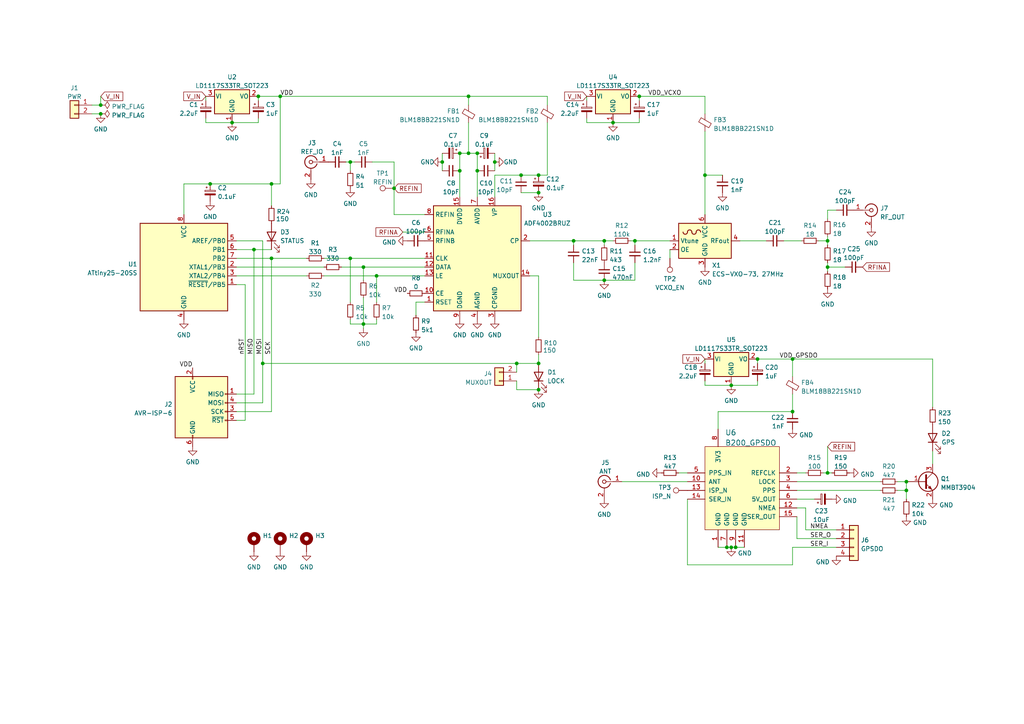
<source format=kicad_sch>
(kicad_sch (version 20211123) (generator eeschema)
  (paper "A4")
  (title_block (title "AD4002 27MHz PLL") (date "2022-04-08") (rev "1") (company "HB9EGM") (comment 1 "Compatible with USRP B200 GPSDO"))
  (lib_symbols
    (symbol "ADF4002_27MHz_PLL:B200_GPSDO" (pin_names (offset 1.016))
      (property "Reference" "U" (at 5.08 -10.16 0))
      (property "Value" "B200_GPSDO" (at 3.81 16.51 0))
      (symbol "B200_GPSDO_1_1"
        (pin power_in line (at -5.08 -13.97 90) (length 5.08) (name "GND") (number "1"))
        (pin input line (at -13.97 5.08 0) (length 5.08) (name "ANT") (number "10"))
        (pin power_in line (at 2.54 -13.97 90) (length 5.08) (name "GND") (number "11"))
        (pin output line (at 17.78 -2.54 180) (length 5.08) (name "NMEA") (number "12"))
        (pin input line (at -13.97 2.54 0) (length 5.08) (name "ISP_N") (number "13"))
        (pin input line (at -13.97 0 0) (length 5.08) (name "SER_IN") (number "14"))
        (pin output line (at 17.78 -5.08 180) (length 5.08) (name "SER_OUT") (number "15"))
        (pin output line (at 17.78 7.62 180) (length 5.08) (name "REFCLK") (number "2"))
        (pin output line (at 17.78 5.08 180) (length 5.08) (name "LOCK") (number "3"))
        (pin output line (at 17.78 2.54 180) (length 5.08) (name "PPS") (number "4"))
        (pin input line (at -13.97 7.62 0) (length 5.08) (name "PPS_IN") (number "5"))
        (pin power_out line (at 17.78 0 180) (length 5.08) (name "5V_OUT") (number "6"))
        (pin power_in line (at -2.54 -13.97 90) (length 5.08) (name "GND") (number "7"))
        (pin power_in line (at -5.08 20.32 270) (length 5.08) (name "3V3") (number "8"))
        (pin power_in line (at 0 -13.97 90) (length 5.08) (name "GND") (number "9"))
      )
    )
    (symbol "ADF4002_27MHz_PLL:ECS-VXO-73"
      (property "Reference" "X" (at -7.62 6.35 0))
      (property "Value" "ECS-VXO-73" (at 2.54 6.35 0))
      (symbol "ECS-VXO-73_1_1"
        (pin input line (at -10.16 0 0) (length 2.54) (name "Vtune") (number "1"))
        (pin input line (at -10.16 -2.54 0) (length 2.54) (name "OE") (number "2"))
        (pin power_in line (at 0 -7.62 90) (length 2.54) (name "GND") (number "3"))
        (pin output line (at 10.16 0 180) (length 2.54) (name "RFout") (number "4"))
        (pin no_connect line (at 2.54 7.62 270) (length 2.54) hide (name "NC") (number "5"))
        (pin power_in line (at 0 7.62 270) (length 2.54) (name "VCC") (number "6"))
      )
    )
    (symbol "Connector:AVR-ISP-6" (pin_names (offset 1.016))
      (property "Reference" "J" (at -6.35 11.43 0))
      (property "Value" "AVR-ISP-6" (at 0 11.43 0))
      (symbol "AVR-ISP-6_1_1"
        (pin passive line (at 10.16 5.08 180) (length 2.54) (name "MISO") (number "1"))
        (pin passive line (at -2.54 12.7 270) (length 2.54) (name "VCC") (number "2"))
        (pin passive line (at 10.16 0 180) (length 2.54) (name "SCK") (number "3"))
        (pin passive line (at 10.16 2.54 180) (length 2.54) (name "MOSI") (number "4"))
        (pin passive line (at 10.16 -2.54 180) (length 2.54) (name "~{RST}") (number "5"))
        (pin passive line (at -2.54 -10.16 90) (length 2.54) (name "GND") (number "6"))
      )
    )
    (symbol "Connector:Conn_Coaxial" (pin_names (offset 1.016) hide)
      (property "Reference" "J" (at 0.254 3.048 0))
      (property "Value" "Conn_Coaxial" (at 2.921 0 90))
      (symbol "Conn_Coaxial_1_1"
        (pin passive line (at -5.08 0 0) (length 2.54) (name "In") (number "1"))
        (pin passive line (at 0 -5.08 90) (length 2.54) (name "Ext") (number "2"))
      )
    )
    (symbol "Connector:TestPoint" (pin_numbers hide) (pin_names (offset 0.762) hide)
      (property "Reference" "TP" (at 0 6.858 0))
      (property "Value" "TestPoint" (at 0 5.08 0))
      (symbol "TestPoint_1_1"
        (pin passive line (at 0 0 90) (length 2.54) (name "1") (number "1"))
      )
    )
    (symbol "Connector_Generic:Conn_01x02" (pin_names (offset 1.016) hide)
      (property "Reference" "J" (at 0 2.54 0))
      (property "Value" "Conn_01x02" (at 0 -5.08 0))
      (symbol "Conn_01x02_1_1"
        (pin passive line (at -5.08 0 0) (length 3.81) (name "Pin_1") (number "1"))
        (pin passive line (at -5.08 -2.54 0) (length 3.81) (name "Pin_2") (number "2"))
      )
    )
    (symbol "Connector_Generic:Conn_01x04" (pin_names (offset 1.016) hide)
      (property "Reference" "J" (at 0 5.08 0))
      (property "Value" "Conn_01x04" (at 0 -7.62 0))
      (symbol "Conn_01x04_1_1"
        (pin passive line (at -5.08 2.54 0) (length 3.81) (name "Pin_1") (number "1"))
        (pin passive line (at -5.08 0 0) (length 3.81) (name "Pin_2") (number "2"))
        (pin passive line (at -5.08 -2.54 0) (length 3.81) (name "Pin_3") (number "3"))
        (pin passive line (at -5.08 -5.08 0) (length 3.81) (name "Pin_4") (number "4"))
      )
    )
    (symbol "Device:C_Polarized_Small" (pin_numbers hide) (pin_names (offset 0.254) hide)
      (property "Reference" "C" (at 0.254 1.778 0))
      (property "Value" "C_Polarized_Small" (at 0.254 -2.032 0))
      (symbol "C_Polarized_Small_1_1"
        (pin passive line (at 0 2.54 270) (length 1.8542) (name "~") (number "1"))
        (pin passive line (at 0 -2.54 90) (length 1.8542) (name "~") (number "2"))
      )
    )
    (symbol "Device:C_Small" (pin_numbers hide) (pin_names (offset 0.254) hide)
      (property "Reference" "C" (at 0.254 1.778 0))
      (property "Value" "C_Small" (at 0.254 -2.032 0))
      (symbol "C_Small_1_1"
        (pin passive line (at 0 2.54 270) (length 2.032) (name "~") (number "1"))
        (pin passive line (at 0 -2.54 90) (length 2.032) (name "~") (number "2"))
      )
    )
    (symbol "Device:FerriteBead_Small" (pin_numbers hide) (pin_names (offset 0))
      (property "Reference" "FB" (at 1.905 1.27 0))
      (property "Value" "FerriteBead_Small" (at 1.905 -1.27 0))
      (symbol "FerriteBead_Small_1_1"
        (pin passive line (at 0 2.54 270) (length 1.27) (name "~") (number "1"))
        (pin passive line (at 0 -2.54 90) (length 1.27) (name "~") (number "2"))
      )
    )
    (symbol "Device:LED" (pin_numbers hide) (pin_names (offset 1.016) hide)
      (property "Reference" "D" (at 0 2.54 0))
      (property "Value" "LED" (at 0 -2.54 0))
      (symbol "LED_1_1"
        (pin passive line (at -3.81 0 0) (length 2.54) (name "K") (number "1"))
        (pin passive line (at 3.81 0 180) (length 2.54) (name "A") (number "2"))
      )
    )
    (symbol "Device:R_Small" (pin_numbers hide) (pin_names (offset 0.254) hide)
      (property "Reference" "R" (at 0.762 0.508 0))
      (property "Value" "R_Small" (at 0.762 -1.016 0))
      (symbol "R_Small_1_1"
        (pin passive line (at 0 2.54 270) (length 0.762) (name "~") (number "1"))
        (pin passive line (at 0 -2.54 90) (length 0.762) (name "~") (number "2"))
      )
    )
    (symbol "MCU_Microchip_ATtiny:ATtiny25-20SS"
      (property "Reference" "U" (at -12.7 13.97 0))
      (property "Value" "ATtiny25-20SS" (at 2.54 -13.97 0))
      (symbol "ATtiny25-20SS_1_1"
        (pin bidirectional line (at 15.24 -5.08 180) (length 2.54) (name "~{RESET}/PB5") (number "1"))
        (pin bidirectional line (at 15.24 0 180) (length 2.54) (name "XTAL1/PB3") (number "2"))
        (pin bidirectional line (at 15.24 -2.54 180) (length 2.54) (name "XTAL2/PB4") (number "3"))
        (pin power_in line (at 0 -15.24 90) (length 2.54) (name "GND") (number "4"))
        (pin bidirectional line (at 15.24 7.62 180) (length 2.54) (name "AREF/PB0") (number "5"))
        (pin bidirectional line (at 15.24 5.08 180) (length 2.54) (name "PB1") (number "6"))
        (pin bidirectional line (at 15.24 2.54 180) (length 2.54) (name "PB2") (number "7"))
        (pin power_in line (at 0 15.24 270) (length 2.54) (name "VCC") (number "8"))
      )
    )
    (symbol "Mechanical:MountingHole_Pad" (pin_numbers hide) (pin_names (offset 1.016) hide)
      (property "Reference" "H" (at 0 6.35 0))
      (property "Value" "MountingHole_Pad" (at 0 4.445 0))
      (symbol "MountingHole_Pad_1_1"
        (pin input line (at 0 -2.54 90) (length 2.54) (name "1") (number "1"))
      )
    )
    (symbol "Regulator_Linear:LD1117S33TR_SOT223" (pin_names (offset 0.254))
      (property "Reference" "U" (at -3.81 3.175 0))
      (property "Value" "LD1117S33TR_SOT223" (at 0 3.175 0))
      (symbol "LD1117S33TR_SOT223_1_1"
        (pin power_in line (at 0 -7.62 90) (length 2.54) (name "GND") (number "1"))
        (pin power_out line (at 7.62 0 180) (length 2.54) (name "VO") (number "2"))
        (pin power_in line (at -7.62 0 0) (length 2.54) (name "VI") (number "3"))
      )
    )
    (symbol "Timer_PLL:ADF4002BRUZ"
      (property "Reference" "U" (at 12.7 16.51 0))
      (property "Value" "ADF4002BRUZ" (at 0 0 0))
      (symbol "ADF4002BRUZ_1_1"
        (pin input line (at -15.24 -12.7 0) (length 2.54) (name "RSET") (number "1"))
        (pin input line (at -15.24 -10.16 0) (length 2.54) (name "CE") (number "10"))
        (pin input line (at -15.24 0 0) (length 2.54) (name "CLK") (number "11"))
        (pin input line (at -15.24 -2.54 0) (length 2.54) (name "DATA") (number "12"))
        (pin input line (at -15.24 -5.08 0) (length 2.54) (name "LE") (number "13"))
        (pin output line (at 15.24 -5.08 180) (length 2.54) (name "MUXOUT") (number "14"))
        (pin power_in line (at -5.08 17.78 270) (length 2.54) (name "DVDD") (number "15"))
        (pin power_in line (at 5.08 17.78 270) (length 2.54) (name "VP") (number "16"))
        (pin output line (at 15.24 5.08 180) (length 2.54) (name "CP") (number "2"))
        (pin power_in line (at 5.08 -17.78 90) (length 2.54) (name "CPGND") (number "3"))
        (pin power_in line (at 0 -17.78 90) (length 2.54) (name "AGND") (number "4"))
        (pin input line (at -15.24 5.08 0) (length 2.54) (name "RFINB") (number "5"))
        (pin input line (at -15.24 7.62 0) (length 2.54) (name "RFINA") (number "6"))
        (pin power_in line (at 0 17.78 270) (length 2.54) (name "AVDD") (number "7"))
        (pin input line (at -15.24 12.7 0) (length 2.54) (name "REFIN") (number "8"))
        (pin power_in line (at -5.08 -17.78 90) (length 2.54) (name "DGND") (number "9"))
      )
    )
    (symbol "Transistor_BJT:MMBT3904" (pin_names (offset 0) hide)
      (property "Reference" "Q" (at 5.08 1.905 0))
      (property "Value" "MMBT3904" (at 5.08 0 0))
      (symbol "MMBT3904_1_1"
        (pin input line (at -5.08 0 0) (length 5.715) (name "B") (number "1"))
        (pin passive line (at 2.54 -5.08 90) (length 2.54) (name "E") (number "2"))
        (pin passive line (at 2.54 5.08 270) (length 2.54) (name "C") (number "3"))
      )
    )
    (symbol "power:GND" (power) (pin_names (offset 0))
      (property "Value" "GND" (at 0 -3.81 0))
      (symbol "GND_1_1"
        (pin power_in line (at 0 0 270) (length 0) hide (name "GND") (number "1"))
      )
    )
    (symbol "power:PWR_FLAG" (power) (pin_numbers hide) (pin_names (offset 0) hide)
      (property "Value" "PWR_FLAG" (at 0 3.81 0))
      (symbol "PWR_FLAG_0_0"
        (pin power_out line (at 0 0 90) (length 0) (name "pwr") (number "1"))
      )
    )
  )
  (junction (at 151.13 50.8))
  (junction (at 212.09 111.76))
  (junction (at 240.03 69.85))
  (junction (at 29.21 33.02))
  (junction (at 138.43 49.53))
  (junction (at 78.74 53.34))
  (junction (at 101.6 74.93))
  (junction (at 114.3 54.61))
  (junction (at 81.28 27.94))
  (junction (at 67.31 35.56))
  (junction (at 184.15 69.85))
  (junction (at 105.41 77.47))
  (junction (at 229.87 119.38))
  (junction (at 135.89 44.45))
  (junction (at 156.21 55.88))
  (junction (at 133.35 44.45))
  (junction (at 73.66 72.39))
  (junction (at 262.89 142.24))
  (junction (at 204.47 50.8))
  (junction (at 185.42 27.94))
  (junction (at 156.21 105.41))
  (junction (at 213.36 158.75))
  (junction (at 240.03 77.47))
  (junction (at 128.27 46.99))
  (junction (at 177.8 35.56))
  (junction (at 101.6 46.99))
  (junction (at 143.51 46.99))
  (junction (at 175.26 69.85))
  (junction (at 166.37 69.85))
  (junction (at 133.35 49.53))
  (junction (at 149.86 105.41))
  (junction (at 175.26 81.28))
  (junction (at 76.2 105.41))
  (junction (at 135.89 27.94))
  (junction (at 109.22 80.01))
  (junction (at 262.89 139.7))
  (junction (at 74.93 27.94))
  (junction (at 229.87 104.14))
  (junction (at 29.21 30.48))
  (junction (at 138.43 44.45))
  (junction (at 78.74 74.93))
  (junction (at 212.09 158.75))
  (junction (at 156.21 50.8))
  (junction (at 156.21 113.03))
  (junction (at 60.96 53.34))
  (junction (at 240.03 137.16))
  (junction (at 105.41 93.98))
  (junction (at 219.71 104.14))
  (junction (at 210.82 158.75))
  (wire (pts (xy 212.09 158.75) (xy 213.36 158.75)))
  (wire (pts (xy 194.31 74.93) (xy 194.31 72.39)))
  (wire (pts (xy 151.13 55.88) (xy 156.21 55.88)))
  (wire (pts (xy 240.03 129.54) (xy 240.03 137.16)))
  (wire (pts (xy 227.33 69.85) (xy 232.41 69.85)))
  (wire (pts (xy 166.37 81.28) (xy 175.26 81.28)))
  (wire (pts (xy 156.21 80.01) (xy 153.67 80.01)))
  (wire (pts (xy 166.37 69.85) (xy 175.26 69.85)))
  (wire (pts (xy 138.43 49.53) (xy 138.43 57.15)))
  (wire (pts (xy 74.93 35.56) (xy 74.93 34.29)))
  (wire (pts (xy 29.21 33.02) (xy 26.67 33.02)))
  (wire (pts (xy 114.3 62.23) (xy 114.3 54.61)))
  (wire (pts (xy 143.51 44.45) (xy 143.51 46.99)))
  (wire (pts (xy 204.47 33.02) (xy 204.47 27.94)))
  (wire (pts (xy 105.41 86.36) (xy 105.41 93.98)))
  (wire (pts (xy 184.15 71.12) (xy 184.15 69.85)))
  (wire (pts (xy 68.58 77.47) (xy 93.98 77.47)))
  (wire (pts (xy 170.18 27.94) (xy 170.18 29.21)))
  (wire (pts (xy 231.14 139.7) (xy 255.27 139.7)))
  (wire (pts (xy 204.47 111.76) (xy 212.09 111.76)))
  (wire (pts (xy 233.68 153.67) (xy 233.68 147.32)))
  (wire (pts (xy 210.82 158.75) (xy 212.09 158.75)))
  (wire (pts (xy 73.66 72.39) (xy 73.66 114.3)))
  (wire (pts (xy 68.58 121.92) (xy 71.12 121.92)))
  (wire (pts (xy 135.89 44.45) (xy 138.43 44.45)))
  (wire (pts (xy 170.18 34.29) (xy 170.18 35.56)))
  (wire (pts (xy 143.51 46.99) (xy 143.51 49.53)))
  (wire (pts (xy 101.6 46.99) (xy 102.87 46.99)))
  (wire (pts (xy 59.69 27.94) (xy 59.69 29.21)))
  (wire (pts (xy 135.89 27.94) (xy 158.75 27.94)))
  (wire (pts (xy 185.42 27.94) (xy 204.47 27.94)))
  (wire (pts (xy 78.74 53.34) (xy 78.74 59.69)))
  (wire (pts (xy 214.63 69.85) (xy 222.25 69.85)))
  (wire (pts (xy 233.68 147.32) (xy 231.14 147.32)))
  (wire (pts (xy 213.36 158.75) (xy 215.9 158.75)))
  (wire (pts (xy 135.89 44.45) (xy 133.35 44.45)))
  (wire (pts (xy 60.96 53.34) (xy 53.34 53.34)))
  (wire (pts (xy 229.87 109.22) (xy 229.87 104.14)))
  (wire (pts (xy 78.74 74.93) (xy 78.74 119.38)))
  (wire (pts (xy 59.69 35.56) (xy 67.31 35.56)))
  (wire (pts (xy 76.2 105.41) (xy 76.2 116.84)))
  (wire (pts (xy 138.43 44.45) (xy 138.43 49.53)))
  (wire (pts (xy 170.18 35.56) (xy 177.8 35.56)))
  (wire (pts (xy 114.3 54.61) (xy 114.3 46.99)))
  (wire (pts (xy 238.76 137.16) (xy 240.03 137.16)))
  (wire (pts (xy 149.86 113.03) (xy 156.21 113.03)))
  (wire (pts (xy 143.51 50.8) (xy 151.13 50.8)))
  (wire (pts (xy 240.03 77.47) (xy 245.11 77.47)))
  (wire (pts (xy 109.22 80.01) (xy 123.19 80.01)))
  (wire (pts (xy 240.03 69.85) (xy 240.03 68.58)))
  (wire (pts (xy 231.14 142.24) (xy 255.27 142.24)))
  (wire (pts (xy 73.66 114.3) (xy 68.58 114.3)))
  (wire (pts (xy 53.34 53.34) (xy 53.34 62.23)))
  (wire (pts (xy 156.21 97.79) (xy 156.21 80.01)))
  (wire (pts (xy 184.15 69.85) (xy 194.31 69.85)))
  (wire (pts (xy 185.42 35.56) (xy 185.42 34.29)))
  (wire (pts (xy 135.89 27.94) (xy 135.89 30.48)))
  (wire (pts (xy 120.65 87.63) (xy 123.19 87.63)))
  (wire (pts (xy 78.74 119.38) (xy 68.58 119.38)))
  (wire (pts (xy 240.03 69.85) (xy 240.03 71.12)))
  (wire (pts (xy 175.26 69.85) (xy 175.26 71.12)))
  (wire (pts (xy 101.6 93.98) (xy 105.41 93.98)))
  (wire (pts (xy 100.33 46.99) (xy 101.6 46.99)))
  (wire (pts (xy 68.58 80.01) (xy 88.9 80.01)))
  (wire (pts (xy 99.06 77.47) (xy 105.41 77.47)))
  (wire (pts (xy 242.57 156.21) (xy 231.14 156.21)))
  (wire (pts (xy 219.71 104.14) (xy 229.87 104.14)))
  (wire (pts (xy 105.41 93.98) (xy 105.41 95.25)))
  (wire (pts (xy 208.28 158.75) (xy 210.82 158.75)))
  (wire (pts (xy 26.67 30.48) (xy 29.21 30.48)))
  (wire (pts (xy 270.51 130.81) (xy 270.51 134.62)))
  (wire (pts (xy 76.2 116.84) (xy 68.58 116.84)))
  (wire (pts (xy 175.26 69.85) (xy 177.8 69.85)))
  (wire (pts (xy 184.15 69.85) (xy 182.88 69.85)))
  (wire (pts (xy 120.65 91.44) (xy 120.65 87.63)))
  (wire (pts (xy 109.22 92.71) (xy 109.22 93.98)))
  (wire (pts (xy 196.85 137.16) (xy 199.39 137.16)))
  (wire (pts (xy 68.58 69.85) (xy 76.2 69.85)))
  (wire (pts (xy 240.03 60.96) (xy 240.03 63.5)))
  (wire (pts (xy 107.95 46.99) (xy 114.3 46.99)))
  (wire (pts (xy 208.28 119.38) (xy 229.87 119.38)))
  (wire (pts (xy 67.31 35.56) (xy 74.93 35.56)))
  (wire (pts (xy 133.35 49.53) (xy 133.35 57.15)))
  (wire (pts (xy 105.41 77.47) (xy 105.41 81.28)))
  (wire (pts (xy 76.2 105.41) (xy 149.86 105.41)))
  (wire (pts (xy 101.6 74.93) (xy 101.6 87.63)))
  (wire (pts (xy 231.14 144.78) (xy 236.22 144.78)))
  (wire (pts (xy 149.86 107.95) (xy 149.86 105.41)))
  (wire (pts (xy 101.6 46.99) (xy 101.6 49.53)))
  (wire (pts (xy 262.89 142.24) (xy 262.89 139.7)))
  (wire (pts (xy 81.28 27.94) (xy 135.89 27.94)))
  (wire (pts (xy 204.47 104.14) (xy 204.47 105.41)))
  (wire (pts (xy 74.93 27.94) (xy 81.28 27.94)))
  (wire (pts (xy 229.87 104.14) (xy 270.51 104.14)))
  (wire (pts (xy 229.87 158.75) (xy 229.87 163.83)))
  (wire (pts (xy 29.21 27.94) (xy 29.21 30.48)))
  (wire (pts (xy 260.35 142.24) (xy 262.89 142.24)))
  (wire (pts (xy 133.35 44.45) (xy 133.35 49.53)))
  (wire (pts (xy 229.87 163.83) (xy 199.39 163.83)))
  (wire (pts (xy 240.03 77.47) (xy 240.03 78.74)))
  (wire (pts (xy 149.86 110.49) (xy 149.86 113.03)))
  (wire (pts (xy 116.84 67.31) (xy 123.19 67.31)))
  (wire (pts (xy 260.35 139.7) (xy 262.89 139.7)))
  (wire (pts (xy 204.47 110.49) (xy 204.47 111.76)))
  (wire (pts (xy 184.15 81.28) (xy 175.26 81.28)))
  (wire (pts (xy 93.98 80.01) (xy 109.22 80.01)))
  (wire (pts (xy 143.51 57.15) (xy 143.51 50.8)))
  (wire (pts (xy 101.6 93.98) (xy 101.6 92.71)))
  (wire (pts (xy 71.12 121.92) (xy 71.12 82.55)))
  (wire (pts (xy 242.57 153.67) (xy 233.68 153.67)))
  (wire (pts (xy 180.34 139.7) (xy 199.39 139.7)))
  (wire (pts (xy 109.22 93.98) (xy 105.41 93.98)))
  (wire (pts (xy 166.37 76.2) (xy 166.37 81.28)))
  (wire (pts (xy 128.27 46.99) (xy 128.27 49.53)))
  (wire (pts (xy 156.21 102.87) (xy 156.21 105.41)))
  (wire (pts (xy 219.71 105.41) (xy 219.71 104.14)))
  (wire (pts (xy 153.67 69.85) (xy 166.37 69.85)))
  (wire (pts (xy 242.57 158.75) (xy 229.87 158.75)))
  (wire (pts (xy 158.75 30.48) (xy 158.75 27.94)))
  (wire (pts (xy 101.6 74.93) (xy 123.19 74.93)))
  (wire (pts (xy 204.47 38.1) (xy 204.47 50.8)))
  (wire (pts (xy 212.09 111.76) (xy 219.71 111.76)))
  (wire (pts (xy 135.89 35.56) (xy 135.89 44.45)))
  (wire (pts (xy 240.03 76.2) (xy 240.03 77.47)))
  (wire (pts (xy 177.8 35.56) (xy 185.42 35.56)))
  (wire (pts (xy 76.2 69.85) (xy 76.2 105.41)))
  (wire (pts (xy 105.41 77.47) (xy 123.19 77.47)))
  (wire (pts (xy 231.14 137.16) (xy 233.68 137.16)))
  (wire (pts (xy 219.71 111.76) (xy 219.71 110.49)))
  (wire (pts (xy 158.75 35.56) (xy 158.75 50.8)))
  (wire (pts (xy 237.49 69.85) (xy 240.03 69.85)))
  (wire (pts (xy 123.19 62.23) (xy 114.3 62.23)))
  (wire (pts (xy 231.14 156.21) (xy 231.14 149.86)))
  (wire (pts (xy 128.27 44.45) (xy 128.27 46.99)))
  (wire (pts (xy 93.98 74.93) (xy 101.6 74.93)))
  (wire (pts (xy 240.03 137.16) (xy 241.3 137.16)))
  (wire (pts (xy 149.86 105.41) (xy 156.21 105.41)))
  (wire (pts (xy 242.57 60.96) (xy 240.03 60.96)))
  (wire (pts (xy 229.87 119.38) (xy 229.87 114.3)))
  (wire (pts (xy 68.58 74.93) (xy 78.74 74.93)))
  (wire (pts (xy 270.51 118.11) (xy 270.51 104.14)))
  (wire (pts (xy 78.74 53.34) (xy 81.28 53.34)))
  (wire (pts (xy 204.47 50.8) (xy 209.55 50.8)))
  (wire (pts (xy 208.28 119.38) (xy 208.28 124.46)))
  (wire (pts (xy 204.47 50.8) (xy 204.47 62.23)))
  (wire (pts (xy 81.28 53.34) (xy 81.28 27.94)))
  (wire (pts (xy 78.74 74.93) (xy 88.9 74.93)))
  (wire (pts (xy 59.69 34.29) (xy 59.69 35.56)))
  (wire (pts (xy 199.39 163.83) (xy 199.39 144.78)))
  (wire (pts (xy 71.12 82.55) (xy 68.58 82.55)))
  (wire (pts (xy 185.42 29.21) (xy 185.42 27.94)))
  (wire (pts (xy 262.89 142.24) (xy 262.89 144.78)))
  (wire (pts (xy 74.93 29.21) (xy 74.93 27.94)))
  (wire (pts (xy 166.37 69.85) (xy 166.37 71.12)))
  (wire (pts (xy 151.13 50.8) (xy 156.21 50.8)))
  (wire (pts (xy 73.66 72.39) (xy 78.74 72.39)))
  (wire (pts (xy 60.96 53.34) (xy 78.74 53.34)))
  (wire (pts (xy 109.22 80.01) (xy 109.22 87.63)))
  (wire (pts (xy 156.21 50.8) (xy 158.75 50.8)))
  (wire (pts (xy 184.15 76.2) (xy 184.15 81.28)))
  (wire (pts (xy 68.58 72.39) (xy 73.66 72.39)))
  (label "MISO" (at 73.66 102.87 90))
  (label "VDD_VCXO" (at 187.96 27.94 0))
  (label "SER_O" (at 234.95 156.21 0))
  (label "nRST" (at 71.12 102.87 90))
  (label "NMEA" (at 234.95 153.67 0))
  (label "SCK" (at 78.74 102.87 90))
  (label "VDD" (at 55.88 106.68 180))
  (label "SER_I" (at 234.95 158.75 0))
  (label "MOSI" (at 76.2 102.87 90))
  (label "VDD" (at 81.28 27.94 0))
  (label "VDD_GPSDO" (at 226.06 104.14 0))
  (label "VDD" (at 118.11 85.09 180))
  (global_label "V_IN" (shape input) (at 204.47 104.14 180) (property "Intersheet References" "${INTERSHEET_REFS}" (effects hide)))
  (global_label "REFIN" (shape input) (at 240.03 129.54 0) (property "Intersheet References" "${INTERSHEET_REFS}" (effects hide)))
  (global_label "V_IN" (shape input) (at 170.18 27.94 180) (property "Intersheet References" "${INTERSHEET_REFS}" (effects hide)))
  (global_label "REFIN" (shape input) (at 114.3 54.61 0) (property "Intersheet References" "${INTERSHEET_REFS}" (effects hide)))
  (global_label "RFINA" (shape input) (at 116.84 67.31 180) (property "Intersheet References" "${INTERSHEET_REFS}" (effects hide)))
  (global_label "V_IN" (shape input) (at 59.69 27.94 180) (property "Intersheet References" "${INTERSHEET_REFS}" (effects hide)))
  (global_label "RFINA" (shape input) (at 250.19 77.47 0) (property "Intersheet References" "${INTERSHEET_REFS}" (effects hide)))
  (global_label "V_IN" (shape input) (at 29.21 27.94 0) (property "Intersheet References" "${INTERSHEET_REFS}" (effects hide)))
  (symbol (lib_id "Mechanical:MountingHole_Pad") (at 81.28 157.48 0) (unit 1)
    (property "Reference" "H2" (at 83.82 155.3753 0) (effects (justify left)))
    (property "Value" "MountingHole_Pad" (effects hide))
    (property "Footprint" "MountingHole:MountingHole_3.2mm_M3_ISO7380_Pad" (effects hide))
  )
  (symbol (lib_id "Device:R_Small") (at 236.22 137.16 270) (unit 1)
    (property "Reference" "R15" (at 236.22 132.7236 90))
    (property "Value" "100" (at 236.22 135.2605 90))
    (property "Footprint" "Resistor_SMD:R_0603_1608Metric_Pad0.98x0.95mm_HandSolder" (effects hide))
  )
  (symbol (lib_id "power:GND") (at 156.21 113.03 0) (unit 1)
    (property "Reference" "#PWR015" (effects hide))
    (property "Value" "GND" (at 156.21 117.4734 0))
  )
  (symbol (lib_id "power:GND") (at 242.57 161.29 0) (unit 1)
    (property "Reference" "#PWR027" (effects hide))
    (property "Value" "GND" (at 240.6651 162.9938 0) (effects (justify right)))
  )
  (symbol (lib_id "Device:R_Small") (at 175.26 73.66 180) (unit 1)
    (property "Reference" "R11" (at 176.7586 72.8253 0) (effects (justify right)))
    (property "Value" "4k3" (at 176.7586 75.3622 0) (effects (justify right)))
    (property "Footprint" "Resistor_SMD:R_0603_1608Metric_Pad0.98x0.95mm_HandSolder" (effects hide))
  )
  (symbol (lib_id "Device:C_Polarized_Small") (at 204.47 107.95 0) (unit 1)
    (property "Reference" "C18" (at 202.311 106.5692 0) (effects (justify right)))
    (property "Value" "2.2uF" (at 202.311 109.1061 0) (effects (justify right)))
    (property "Footprint" "Capacitor_SMD:C_0805_2012Metric_Pad1.18x1.45mm_HandSolder" (effects hide))
  )
  (symbol (lib_id "Device:C_Small") (at 229.87 121.92 0) (unit 1)
    (property "Reference" "C22" (at 227.546 121.0916 0) (effects (justify right)))
    (property "Value" "1nF" (at 227.546 123.6285 0) (effects (justify right)))
    (property "Footprint" "Capacitor_SMD:C_0805_2012Metric_Pad1.18x1.45mm_HandSolder" (effects hide))
  )
  (symbol (lib_id "Device:C_Polarized_Small") (at 74.93 31.75 0) (unit 1)
    (property "Reference" "C3" (at 77.089 30.3692 0) (effects (justify left)))
    (property "Value" "1uF" (at 77.089 32.9061 0) (effects (justify left)))
    (property "Footprint" "Capacitor_SMD:C_0805_2012Metric_Pad1.18x1.45mm_HandSolder" (effects hide))
  )
  (symbol (lib_id "Device:R_Small") (at 243.84 137.16 270) (unit 1)
    (property "Reference" "R19" (at 243.84 132.7236 90))
    (property "Value" "150" (at 243.84 135.2605 90))
    (property "Footprint" "Resistor_SMD:R_0603_1608Metric_Pad0.98x0.95mm_HandSolder" (effects hide))
  )
  (symbol (lib_id "Connector_Generic:Conn_01x02") (at 21.59 30.48 0) (mirror y) (unit 1)
    (property "Reference" "J1" (at 21.59 25.5102 0))
    (property "Value" "PWR" (at 21.59 28.0471 0))
    (property "Footprint" "Connector_PinHeader_2.54mm:PinHeader_1x02_P2.54mm_Vertical" (effects hide))
  )
  (symbol (lib_id "Device:R_Small") (at 194.31 137.16 270) (unit 1)
    (property "Reference" "R13" (at 194.31 132.7236 90))
    (property "Value" "4k7" (at 194.31 135.2605 90))
    (property "Footprint" "Resistor_SMD:R_0603_1608Metric_Pad0.98x0.95mm_HandSolder" (effects hide))
  )
  (symbol (lib_id "power:GND") (at 175.26 144.78 0) (unit 1)
    (property "Reference" "#PWR017" (effects hide))
    (property "Value" "GND" (at 175.26 149.2234 0))
  )
  (symbol (lib_id "Timer_PLL:ADF4002BRUZ") (at 138.43 74.93 0) (unit 1)
    (property "Reference" "U3" (at 158.75 62.23 0))
    (property "Value" "ADF4002BRUZ" (at 158.75 64.7669 0))
    (property "Footprint" "Package_SO:TSSOP-16_4.4x5mm_P0.65mm" (effects hide))
    (property "Datasheet" "https://www.analog.com/media/en/technical-documentation/data-sheets/ADF4002.pdf" (effects hide))
  )
  (symbol (lib_id "Device:R_Small") (at 105.41 83.82 180) (unit 1)
    (property "Reference" "R6" (at 106.9086 82.9853 0) (effects (justify right)))
    (property "Value" "10k" (at 106.9086 85.5222 0) (effects (justify right)))
    (property "Footprint" "Resistor_SMD:R_0603_1608Metric_Pad0.98x0.95mm_HandSolder" (effects hide))
  )
  (symbol (lib_id "Connector:Conn_Coaxial") (at 252.73 60.96 0) (unit 1)
    (property "Reference" "J7" (at 255.27 60.4185 0) (effects (justify left)))
    (property "Value" "RF_OUT" (at 255.27 62.9554 0) (effects (justify left)))
    (property "Footprint" "Connector_Coaxial:SMA_Molex_73251-2120_EdgeMount_Horizontal" (effects hide))
    (property "Datasheet" " ~" (effects hide))
  )
  (symbol (lib_id "Device:C_Small") (at 140.97 49.53 270) (unit 1)
    (property "Reference" "C10" (at 140.9636 53.1225 90))
    (property "Value" "10pF" (at 140.9636 55.6594 90))
    (property "Footprint" "Capacitor_SMD:C_0805_2012Metric_Pad1.18x1.45mm_HandSolder" (effects hide))
  )
  (symbol (lib_id "Device:C_Polarized_Small") (at 140.97 44.45 90) (unit 1)
    (property "Reference" "C9" (at 140.4239 39.3532 90))
    (property "Value" "0.1uF" (at 140.4239 41.8901 90))
    (property "Footprint" "Capacitor_SMD:C_0805_2012Metric_Pad1.18x1.45mm_HandSolder" (effects hide))
  )
  (symbol (lib_id "power:GND") (at 53.34 92.71 0) (unit 1)
    (property "Reference" "#PWR02" (effects hide))
    (property "Value" "GND" (at 53.34 97.1534 0))
  )
  (symbol (lib_id "Device:C_Small") (at 224.79 69.85 90) (unit 1)
    (property "Reference" "C21" (at 224.7963 64.5881 90))
    (property "Value" "100pF" (at 224.7963 67.125 90))
    (property "Footprint" "Capacitor_SMD:C_0805_2012Metric_Pad1.18x1.45mm_HandSolder" (effects hide))
  )
  (symbol (lib_id "Device:C_Polarized_Small") (at 60.96 55.88 0) (unit 1)
    (property "Reference" "C2" (at 63.119 54.4992 0) (effects (justify left)))
    (property "Value" "0.1uF" (at 63.119 57.0361 0) (effects (justify left)))
    (property "Footprint" "Capacitor_SMD:C_0805_2012Metric_Pad1.18x1.45mm_HandSolder" (effects hide))
  )
  (symbol (lib_id "Device:FerriteBead_Small") (at 135.89 33.02 180) (unit 1)
    (property "Reference" "FB1" (at 133.4263 32.2234 0) (effects (justify left)))
    (property "Value" "BLM18BB221SN1D" (at 133.4263 34.7603 0) (effects (justify left)))
    (property "Footprint" "Resistor_SMD:R_0603_1608Metric_Pad0.98x0.95mm_HandSolder" (effects hide))
  )
  (symbol (lib_id "Device:R_Small") (at 78.74 62.23 0) (unit 1)
    (property "Reference" "R24" (at 80.2386 61.3953 0) (effects (justify left)))
    (property "Value" "150" (at 80.01 63.5 0) (effects (justify left)))
    (property "Footprint" "Resistor_SMD:R_0603_1608Metric_Pad0.98x0.95mm_HandSolder" (effects hide))
  )
  (symbol (lib_id "Device:R_Small") (at 120.65 85.09 270) (unit 1)
    (property "Reference" "R8" (at 120.65 80.6536 90))
    (property "Value" "0" (at 120.65 83.1905 90))
    (property "Footprint" "Resistor_SMD:R_0603_1608Metric_Pad0.98x0.95mm_HandSolder" (effects hide))
  )
  (symbol (lib_id "Device:R_Small") (at 91.44 74.93 90) (unit 1)
    (property "Reference" "R1" (at 91.44 70.4936 90))
    (property "Value" "330" (at 91.44 73.0305 90))
    (property "Footprint" "Resistor_SMD:R_0603_1608Metric_Pad0.98x0.95mm_HandSolder" (effects hide))
  )
  (symbol (lib_id "power:GND") (at 105.41 95.25 0) (unit 1)
    (property "Reference" "#PWR08" (effects hide))
    (property "Value" "GND" (at 105.41 99.6934 0))
  )
  (symbol (lib_id "power:GND") (at 138.43 92.71 0) (unit 1)
    (property "Reference" "#PWR012" (effects hide))
    (property "Value" "GND" (at 138.43 97.1534 0))
  )
  (symbol (lib_id "power:GND") (at 73.66 160.02 0) (unit 1)
    (property "Reference" "#PWR032" (effects hide))
    (property "Value" "GND" (at 73.66 164.4634 0))
  )
  (symbol (lib_id "power:GND") (at 143.51 46.99 90) (unit 1)
    (property "Reference" "#PWR0101" (effects hide))
    (property "Value" "GND" (at 146.05 46.99 90) (effects (justify right)))
  )
  (symbol (lib_id "Device:LED") (at 156.21 109.22 90) (unit 1)
    (property "Reference" "D1" (at 158.75 107.95 90) (effects (justify right)))
    (property "Value" "LOCK" (at 158.75 110.4869 90) (effects (justify right)))
    (property "Footprint" "LED_SMD:LED_1206_3216Metric_Pad1.42x1.75mm_HandSolder" (effects hide))
  )
  (symbol (lib_id "Device:R_Small") (at 156.21 100.33 0) (unit 1)
    (property "Reference" "R10" (at 157.7086 99.4953 0) (effects (justify left)))
    (property "Value" "150" (at 157.48 101.6 0) (effects (justify left)))
    (property "Footprint" "Resistor_SMD:R_0603_1608Metric_Pad0.98x0.95mm_HandSolder" (effects hide))
  )
  (symbol (lib_id "power:GND") (at 177.8 35.56 0) (unit 1)
    (property "Reference" "#PWR018" (effects hide))
    (property "Value" "GND" (at 177.8 40.0034 0))
  )
  (symbol (lib_id "Mechanical:MountingHole_Pad") (at 88.9 157.48 0) (unit 1)
    (property "Reference" "H3" (at 91.44 155.3753 0) (effects (justify left)))
    (property "Value" "MountingHole_Pad" (effects hide))
    (property "Footprint" "MountingHole:MountingHole_3.2mm_M3_ISO7380_Pad" (effects hide))
  )
  (symbol (lib_id "Device:R_Small") (at 120.65 93.98 180) (unit 1)
    (property "Reference" "R9" (at 122.1486 93.1453 0) (effects (justify right)))
    (property "Value" "5k1" (at 122.1486 95.6822 0) (effects (justify right)))
    (property "Footprint" "Resistor_SMD:R_0603_1608Metric_Pad0.98x0.95mm_HandSolder" (effects hide))
  )
  (symbol (lib_id "power:GND") (at 270.51 144.78 0) (unit 1)
    (property "Reference" "#PWR031" (effects hide))
    (property "Value" "GND" (at 272.415 146.4838 0) (effects (justify left)))
  )
  (symbol (lib_id "power:GND") (at 246.38 137.16 90) (unit 1)
    (property "Reference" "#PWR028" (effects hide))
    (property "Value" "GND" (at 249.555 137.5938 90) (effects (justify right)))
  )
  (symbol (lib_id "Connector:TestPoint") (at 194.31 74.93 180) (unit 1)
    (property "Reference" "TP2" (at 194.31 80.8974 0))
    (property "Value" "VCXO_EN" (at 194.31 83.4343 0))
    (property "Footprint" "TestPoint:TestPoint_Pad_D2.5mm" (effects hide))
  )
  (symbol (lib_id "Connector_Generic:Conn_01x04") (at 247.65 156.21 0) (unit 1)
    (property "Reference" "J6" (at 249.682 156.6453 0) (effects (justify left)))
    (property "Value" "GPSDO" (at 249.682 159.1822 0) (effects (justify left)))
    (property "Footprint" "Connector_PinHeader_2.54mm:PinHeader_1x04_P2.54mm_Vertical" (effects hide))
  )
  (symbol (lib_id "Device:FerriteBead_Small") (at 229.87 111.76 180) (unit 1)
    (property "Reference" "FB4" (at 232.3338 110.9634 0) (effects (justify right)))
    (property "Value" "BLM18BB221SN1D" (at 232.3338 113.5003 0) (effects (justify right)))
    (property "Footprint" "Resistor_SMD:R_0603_1608Metric_Pad0.98x0.95mm_HandSolder" (effects hide))
  )
  (symbol (lib_id "power:GND") (at 118.11 69.85 270) (unit 1)
    (property "Reference" "#PWR09" (effects hide))
    (property "Value" "GND" (at 114.9351 70.2838 90) (effects (justify right)))
  )
  (symbol (lib_id "power:GND") (at 175.26 81.28 0) (unit 1)
    (property "Reference" "#PWR016" (effects hide))
    (property "Value" "GND" (at 175.26 85.7234 0))
  )
  (symbol (lib_id "Device:R_Small") (at 96.52 77.47 90) (unit 1)
    (property "Reference" "R3" (at 96.52 72.39 90))
    (property "Value" "330" (at 96.52 74.93 90))
    (property "Footprint" "Resistor_SMD:R_0603_1608Metric_Pad0.98x0.95mm_HandSolder" (effects hide))
  )
  (symbol (lib_id "power:GND") (at 120.65 96.52 0) (unit 1)
    (property "Reference" "#PWR010" (effects hide))
    (property "Value" "GND" (at 120.65 100.9634 0))
  )
  (symbol (lib_id "power:GND") (at 60.96 58.42 0) (unit 1)
    (property "Reference" "#PWR04" (effects hide))
    (property "Value" "GND" (at 60.96 62.8634 0))
  )
  (symbol (lib_id "Connector:TestPoint") (at 114.3 54.61 90) (unit 1)
    (property "Reference" "TP1" (at 110.998 50.2752 90))
    (property "Value" "REFIN" (at 110.998 52.8121 90))
    (property "Footprint" "TestPoint:TestPoint_Pad_D2.5mm" (effects hide))
  )
  (symbol (lib_id "Device:R_Small") (at 101.6 90.17 180) (unit 1)
    (property "Reference" "R5" (at 103.0986 89.3353 0) (effects (justify right)))
    (property "Value" "10k" (at 103.0986 91.8722 0) (effects (justify right)))
    (property "Footprint" "Resistor_SMD:R_0603_1608Metric_Pad0.98x0.95mm_HandSolder" (effects hide))
  )
  (symbol (lib_id "Device:R_Small") (at 101.6 52.07 180) (unit 1)
    (property "Reference" "R4" (at 103.0986 51.2353 0) (effects (justify right)))
    (property "Value" "51" (at 103.0986 53.7722 0) (effects (justify right)))
    (property "Footprint" "Resistor_SMD:R_0603_1608Metric_Pad0.98x0.95mm_HandSolder" (effects hide))
  )
  (symbol (lib_id "Device:C_Small") (at 151.13 53.34 0) (unit 1)
    (property "Reference" "C11" (at 148.806 52.5116 0) (effects (justify right)))
    (property "Value" "10pF" (at 148.806 55.0485 0) (effects (justify right)))
    (property "Footprint" "Capacitor_SMD:C_0805_2012Metric_Pad1.18x1.45mm_HandSolder" (effects hide))
  )
  (symbol (lib_id "Device:LED") (at 270.51 127 90) (unit 1)
    (property "Reference" "D2" (at 273.05 125.73 90) (effects (justify right)))
    (property "Value" "GPS" (at 273.05 128.2669 90) (effects (justify right)))
    (property "Footprint" "LED_SMD:LED_1206_3216Metric_Pad1.42x1.75mm_HandSolder" (effects hide))
  )
  (symbol (lib_id "Device:C_Small") (at 209.55 53.34 0) (unit 1)
    (property "Reference" "C19" (at 211.8741 52.5116 0) (effects (justify left)))
    (property "Value" "1nF" (at 211.8741 55.0485 0) (effects (justify left)))
    (property "Footprint" "Capacitor_SMD:C_0805_2012Metric_Pad1.18x1.45mm_HandSolder" (effects hide))
  )
  (symbol (lib_id "ADF4002_27MHz_PLL:B200_GPSDO") (at 213.36 144.78 0) (unit 1)
    (property "Reference" "U6" (at 210.2994 125.4559 0) (effects (font (size 1.524 1.524)) (justify left)))
    (property "Value" "B200_GPSDO" (at 210.2994 128.4493 0) (effects (font (size 1.524 1.524)) (justify left)))
    (property "Footprint" "ADF4002_27MHz_PLL:GPSDO_B200" (effects hide))
  )
  (symbol (lib_id "Device:C_Small") (at 175.26 78.74 0) (unit 1)
    (property "Reference" "C15" (at 177.5841 77.9116 0) (effects (justify left)))
    (property "Value" "470nF" (at 177.5841 80.4485 0) (effects (justify left)))
    (property "Footprint" "Capacitor_SMD:C_0805_2012Metric_Pad1.18x1.45mm_HandSolder" (effects hide))
  )
  (symbol (lib_id "Device:R_Small") (at 270.51 120.65 0) (unit 1)
    (property "Reference" "R23" (at 272.0086 119.8153 0) (effects (justify left)))
    (property "Value" "150" (at 272.0086 122.3522 0) (effects (justify left)))
    (property "Footprint" "Resistor_SMD:R_0603_1608Metric_Pad0.98x0.95mm_HandSolder" (effects hide))
  )
  (symbol (lib_id "power:GND") (at 143.51 92.71 0) (unit 1)
    (property "Reference" "#PWR013" (effects hide))
    (property "Value" "GND" (at 143.51 97.1534 0))
  )
  (symbol (lib_id "power:GND") (at 212.09 158.75 0) (unit 1)
    (property "Reference" "#PWR023" (effects hide))
    (property "Value" "GND" (at 213.995 160.4538 0) (effects (justify left)))
  )
  (symbol (lib_id "Connector:AVR-ISP-6") (at 58.42 119.38 0) (unit 1)
    (property "Reference" "J2" (at 50.0381 117.2753 0) (effects (justify right)))
    (property "Value" "AVR-ISP-6" (at 50.0381 119.8122 0) (effects (justify right)))
    (property "Footprint" "Connector_IDC:IDC-Header_2x03_P2.54mm_Vertical" (effects hide))
    (property "Datasheet" " ~" (effects hide))
  )
  (symbol (lib_id "power:GND") (at 252.73 66.04 0) (unit 1)
    (property "Reference" "#PWR029" (effects hide))
    (property "Value" "GND" (at 252.73 70.4834 0))
  )
  (symbol (lib_id "Device:R_Small") (at 234.95 69.85 270) (unit 1)
    (property "Reference" "R14" (at 234.95 65.4136 90))
    (property "Value" "18" (at 234.95 67.9505 90))
    (property "Footprint" "Resistor_SMD:R_0603_1608Metric_Pad0.98x0.95mm_HandSolder" (effects hide))
  )
  (symbol (lib_id "Device:R_Small") (at 257.81 142.24 270) (unit 1)
    (property "Reference" "R21" (at 257.81 145.007 90))
    (property "Value" "4k7" (at 257.81 147.5439 90))
    (property "Footprint" "Resistor_SMD:R_0603_1608Metric_Pad0.98x0.95mm_HandSolder" (effects hide))
  )
  (symbol (lib_id "Device:C_Small") (at 97.79 46.99 90) (unit 1)
    (property "Reference" "C4" (at 97.7963 41.7281 90))
    (property "Value" "1nF" (at 97.7963 44.265 90))
    (property "Footprint" "Capacitor_SMD:C_0805_2012Metric_Pad1.18x1.45mm_HandSolder" (effects hide))
  )
  (symbol (lib_id "power:GND") (at 229.87 124.46 0) (unit 1)
    (property "Reference" "#PWR024" (effects hide))
    (property "Value" "GND" (at 231.775 126.1638 0) (effects (justify left)))
  )
  (symbol (lib_id "power:PWR_FLAG") (at 29.21 30.48 270) (unit 1)
    (property "Reference" "#FLG01" (effects hide))
    (property "Value" "PWR_FLAG" (at 32.385 30.9138 90) (effects (justify left)))
  )
  (symbol (lib_id "Device:C_Small") (at 105.41 46.99 90) (unit 1)
    (property "Reference" "C5" (at 105.4163 41.7281 90))
    (property "Value" "1nF" (at 105.4163 44.265 90))
    (property "Footprint" "Capacitor_SMD:C_0805_2012Metric_Pad1.18x1.45mm_HandSolder" (effects hide))
  )
  (symbol (lib_id "Regulator_Linear:LD1117S33TR_SOT223") (at 212.09 104.14 0) (unit 1)
    (property "Reference" "U5" (at 212.09 98.5352 0))
    (property "Value" "LD1117S33TR_SOT223" (at 212.09 101.0721 0))
    (property "Footprint" "Package_TO_SOT_SMD:SOT-223-3_TabPin2" (effects hide))
    (property "Datasheet" "http://www.st.com/st-web-ui/static/active/en/resource/technical/document/datasheet/CD00000544.pdf" (effects hide))
  )
  (symbol (lib_id "Device:C_Polarized_Small") (at 238.76 144.78 90) (unit 1)
    (property "Reference" "C23" (at 238.2139 148.2074 90))
    (property "Value" "10uF" (at 238.2139 150.7443 90))
    (property "Footprint" "Capacitor_SMD:CP_Elec_4x5.3" (effects hide))
  )
  (symbol (lib_id "power:GND") (at 67.31 35.56 0) (unit 1)
    (property "Reference" "#PWR05" (effects hide))
    (property "Value" "GND" (at 67.31 40.0034 0))
  )
  (symbol (lib_id "ADF4002_27MHz_PLL:ECS-VXO-73") (at 204.47 69.85 0) (unit 1)
    (property "Reference" "X1" (at 206.4894 76.9604 0) (effects (justify left)))
    (property "Value" "ECS-VXO-73, 27MHz" (at 206.4894 79.4973 0) (effects (justify left)))
    (property "Footprint" "ADF4002_27MHz_PLL:Oscillator_SMD_ECS_VXO_73" (effects hide))
  )
  (symbol (lib_id "power:GND") (at 128.27 46.99 270) (unit 1)
    (property "Reference" "#PWR0102" (effects hide))
    (property "Value" "GND" (at 121.92 46.99 90) (effects (justify left)))
  )
  (symbol (lib_id "power:GND") (at 212.09 111.76 0) (unit 1)
    (property "Reference" "#PWR022" (effects hide))
    (property "Value" "GND" (at 212.09 116.2034 0))
  )
  (symbol (lib_id "Device:C_Polarized_Small") (at 59.69 31.75 0) (unit 1)
    (property "Reference" "C1" (at 57.531 30.3692 0) (effects (justify right)))
    (property "Value" "2.2uF" (at 57.531 32.9061 0) (effects (justify right)))
    (property "Footprint" "Capacitor_SMD:C_0805_2012Metric_Pad1.18x1.45mm_HandSolder" (effects hide))
  )
  (symbol (lib_id "Device:C_Polarized_Small") (at 156.21 53.34 0) (unit 1)
    (property "Reference" "C12" (at 158.369 51.9592 0) (effects (justify left)))
    (property "Value" "0.1uF" (at 158.369 54.4961 0) (effects (justify left)))
    (property "Footprint" "Capacitor_SMD:C_0805_2012Metric_Pad1.18x1.45mm_HandSolder" (effects hide))
  )
  (symbol (lib_id "Device:FerriteBead_Small") (at 158.75 33.02 180) (unit 1)
    (property "Reference" "FB2" (at 156.2863 32.2234 0) (effects (justify left)))
    (property "Value" "BLM18BB221SN1D" (at 156.2863 34.7603 0) (effects (justify left)))
    (property "Footprint" "Resistor_SMD:R_0603_1608Metric_Pad0.98x0.95mm_HandSolder" (effects hide))
  )
  (symbol (lib_id "power:GND") (at 191.77 137.16 270) (unit 1)
    (property "Reference" "#PWR019" (effects hide))
    (property "Value" "GND" (at 188.5951 137.5938 90) (effects (justify right)))
  )
  (symbol (lib_id "power:GND") (at 55.88 129.54 0) (unit 1)
    (property "Reference" "#PWR03" (effects hide))
    (property "Value" "GND" (at 55.88 133.9834 0))
  )
  (symbol (lib_id "Device:C_Small") (at 130.81 49.53 90) (unit 1)
    (property "Reference" "C8" (at 130.8163 53.1225 90))
    (property "Value" "10pF" (at 130.8163 55.6594 90))
    (property "Footprint" "Capacitor_SMD:C_0805_2012Metric_Pad1.18x1.45mm_HandSolder" (effects hide))
  )
  (symbol (lib_id "power:GND") (at 133.35 92.71 0) (unit 1)
    (property "Reference" "#PWR011" (effects hide))
    (property "Value" "GND" (at 133.35 97.1534 0))
  )
  (symbol (lib_id "Connector:Conn_Coaxial") (at 175.26 139.7 0) (mirror y) (unit 1)
    (property "Reference" "J5" (at 175.5774 134.1736 0))
    (property "Value" "ANT" (at 175.5774 136.7105 0))
    (property "Footprint" "Connector_Coaxial:SMA_Molex_73251-2120_EdgeMount_Horizontal" (effects hide))
    (property "Datasheet" " ~" (effects hide))
  )
  (symbol (lib_id "Connector_Generic:Conn_01x02") (at 144.78 110.49 180) (unit 1)
    (property "Reference" "J4" (at 142.748 108.3853 0) (effects (justify left)))
    (property "Value" "MUXOUT" (at 142.748 110.9222 0) (effects (justify left)))
    (property "Footprint" "Connector_PinHeader_2.54mm:PinHeader_1x02_P2.54mm_Vertical" (effects hide))
  )
  (symbol (lib_id "power:GND") (at 209.55 55.88 0) (unit 1)
    (property "Reference" "#PWR021" (effects hide))
    (property "Value" "GND" (at 209.55 60.3234 0))
  )
  (symbol (lib_id "Device:C_Small") (at 120.65 69.85 90) (unit 1)
    (property "Reference" "C6" (at 120.6563 64.5881 90))
    (property "Value" "100pF" (at 120.6563 67.125 90))
    (property "Footprint" "Capacitor_SMD:C_0805_2012Metric_Pad1.18x1.45mm_HandSolder" (effects hide))
  )
  (symbol (lib_id "Device:C_Polarized_Small") (at 130.81 44.45 270) (unit 1)
    (property "Reference" "C7" (at 131.3561 39.3532 90))
    (property "Value" "0.1uF" (at 131.3561 41.8901 90))
    (property "Footprint" "Capacitor_SMD:C_0805_2012Metric_Pad1.18x1.45mm_HandSolder" (effects hide))
  )
  (symbol (lib_id "power:GND") (at 240.03 83.82 0) (unit 1)
    (property "Reference" "#PWR025" (effects hide))
    (property "Value" "GND" (at 240.03 88.2634 0))
  )
  (symbol (lib_id "Device:FerriteBead_Small") (at 204.47 35.56 180) (unit 1)
    (property "Reference" "FB3" (at 206.9338 34.7634 0) (effects (justify right)))
    (property "Value" "BLM18BB221SN1D" (at 206.9338 37.3003 0) (effects (justify right)))
    (property "Footprint" "Resistor_SMD:R_0603_1608Metric_Pad0.98x0.95mm_HandSolder" (effects hide))
  )
  (symbol (lib_id "power:GND") (at 90.17 52.07 0) (unit 1)
    (property "Reference" "#PWR06" (effects hide))
    (property "Value" "GND" (at 90.17 56.5134 0))
  )
  (symbol (lib_id "Regulator_Linear:LD1117S33TR_SOT223") (at 67.31 27.94 0) (unit 1)
    (property "Reference" "U2" (at 67.31 22.3352 0))
    (property "Value" "LD1117S33TR_SOT223" (at 67.31 24.8721 0))
    (property "Footprint" "Package_TO_SOT_SMD:SOT-223-3_TabPin2" (effects hide))
    (property "Datasheet" "http://www.st.com/st-web-ui/static/active/en/resource/technical/document/datasheet/CD00000544.pdf" (effects hide))
  )
  (symbol (lib_id "power:GND") (at 241.3 144.78 90) (unit 1)
    (property "Reference" "#PWR026" (effects hide))
    (property "Value" "GND" (at 244.475 145.2138 90) (effects (justify right)))
  )
  (symbol (lib_id "Device:R_Small") (at 262.89 147.32 0) (unit 1)
    (property "Reference" "R22" (at 264.3886 146.4853 0) (effects (justify left)))
    (property "Value" "10k" (at 264.3886 149.0222 0) (effects (justify left)))
    (property "Footprint" "Resistor_SMD:R_0603_1608Metric_Pad0.98x0.95mm_HandSolder" (effects hide))
  )
  (symbol (lib_id "Connector:Conn_Coaxial") (at 90.17 46.99 0) (mirror y) (unit 1)
    (property "Reference" "J3" (at 90.4874 41.4636 0))
    (property "Value" "REF_IO" (at 90.4874 44.0005 0))
    (property "Footprint" "Connector_Coaxial:SMA_Molex_73251-2120_EdgeMount_Horizontal" (effects hide))
    (property "Datasheet" " ~" (effects hide))
  )
  (symbol (lib_id "power:GND") (at 81.28 160.02 0) (unit 1)
    (property "Reference" "#PWR033" (effects hide))
    (property "Value" "GND" (at 81.28 164.4634 0))
  )
  (symbol (lib_id "Device:LED") (at 78.74 68.58 90) (unit 1)
    (property "Reference" "D3" (at 81.28 67.31 90) (effects (justify right)))
    (property "Value" "STATUS" (at 81.28 69.8469 90) (effects (justify right)))
    (property "Footprint" "LED_SMD:LED_1206_3216Metric_Pad1.42x1.75mm_HandSolder" (effects hide))
  )
  (symbol (lib_id "Device:C_Small") (at 184.15 73.66 0) (unit 1)
    (property "Reference" "C16" (at 186.4741 72.8316 0) (effects (justify left)))
    (property "Value" "1.2nF" (at 186.4741 75.3685 0) (effects (justify left)))
    (property "Footprint" "Capacitor_SMD:C_0805_2012Metric_Pad1.18x1.45mm_HandSolder" (effects hide))
  )
  (symbol (lib_id "Device:R_Small") (at 91.44 80.01 90) (unit 1)
    (property "Reference" "R2" (at 91.44 82.777 90))
    (property "Value" "330" (at 91.44 85.3139 90))
    (property "Footprint" "Resistor_SMD:R_0603_1608Metric_Pad0.98x0.95mm_HandSolder" (effects hide))
  )
  (symbol (lib_id "Device:R_Small") (at 240.03 81.28 0) (unit 1)
    (property "Reference" "R18" (at 241.5286 80.4453 0) (effects (justify left)))
    (property "Value" "18" (at 241.5286 82.9822 0) (effects (justify left)))
    (property "Footprint" "Resistor_SMD:R_0603_1608Metric_Pad0.98x0.95mm_HandSolder" (effects hide))
  )
  (symbol (lib_id "Device:C_Polarized_Small") (at 219.71 107.95 0) (unit 1)
    (property "Reference" "C20" (at 221.869 106.5692 0) (effects (justify left)))
    (property "Value" "1uF" (at 221.869 109.1061 0) (effects (justify left)))
    (property "Footprint" "Capacitor_SMD:C_0805_2012Metric_Pad1.18x1.45mm_HandSolder" (effects hide))
  )
  (symbol (lib_id "Device:R_Small") (at 240.03 73.66 0) (unit 1)
    (property "Reference" "R17" (at 241.5286 72.8253 0) (effects (justify left)))
    (property "Value" "18" (at 241.5286 75.3622 0) (effects (justify left)))
    (property "Footprint" "Resistor_SMD:R_0603_1608Metric_Pad0.98x0.95mm_HandSolder" (effects hide))
  )
  (symbol (lib_id "Device:R_Small") (at 180.34 69.85 270) (unit 1)
    (property "Reference" "R12" (at 180.34 65.4136 90))
    (property "Value" "110k" (at 180.34 67.9505 90))
    (property "Footprint" "Resistor_SMD:R_0603_1608Metric_Pad0.98x0.95mm_HandSolder" (effects hide))
  )
  (symbol (lib_id "power:GND") (at 204.47 77.47 0) (unit 1)
    (property "Reference" "#PWR020" (effects hide))
    (property "Value" "GND" (at 204.47 81.9134 0))
  )
  (symbol (lib_id "Device:C_Polarized_Small") (at 170.18 31.75 0) (unit 1)
    (property "Reference" "C14" (at 168.021 30.3692 0) (effects (justify right)))
    (property "Value" "2.2uF" (at 168.021 32.9061 0) (effects (justify right)))
    (property "Footprint" "Capacitor_SMD:C_0805_2012Metric_Pad1.18x1.45mm_HandSolder" (effects hide))
  )
  (symbol (lib_id "power:GND") (at 156.21 55.88 0) (unit 1)
    (property "Reference" "#PWR014" (effects hide))
    (property "Value" "GND" (at 156.21 60.3234 0))
  )
  (symbol (lib_id "Device:C_Small") (at 247.65 77.47 90) (unit 1)
    (property "Reference" "C25" (at 247.6563 72.2081 90))
    (property "Value" "100pF" (at 247.6563 74.745 90))
    (property "Footprint" "Capacitor_SMD:C_0805_2012Metric_Pad1.18x1.45mm_HandSolder" (effects hide))
  )
  (symbol (lib_id "Device:C_Small") (at 245.11 60.96 90) (unit 1)
    (property "Reference" "C24" (at 245.1163 55.6981 90))
    (property "Value" "100pF" (at 245.1163 58.235 90))
    (property "Footprint" "Capacitor_SMD:C_0805_2012Metric_Pad1.18x1.45mm_HandSolder" (effects hide))
  )
  (symbol (lib_id "Device:R_Small") (at 109.22 90.17 180) (unit 1)
    (property "Reference" "R7" (at 110.7186 89.3353 0) (effects (justify right)))
    (property "Value" "10k" (at 110.7186 91.8722 0) (effects (justify right)))
    (property "Footprint" "Resistor_SMD:R_0603_1608Metric_Pad0.98x0.95mm_HandSolder" (effects hide))
  )
  (symbol (lib_id "power:GND") (at 101.6 54.61 0) (unit 1)
    (property "Reference" "#PWR07" (effects hide))
    (property "Value" "GND" (at 101.6 59.0534 0))
  )
  (symbol (lib_id "power:GND") (at 88.9 160.02 0) (unit 1)
    (property "Reference" "#PWR034" (effects hide))
    (property "Value" "GND" (at 88.9 164.4634 0))
  )
  (symbol (lib_id "Device:R_Small") (at 257.81 139.7 270) (unit 1)
    (property "Reference" "R20" (at 257.81 135.2636 90))
    (property "Value" "4k7" (at 257.81 137.8005 90))
    (property "Footprint" "Resistor_SMD:R_0603_1608Metric_Pad0.98x0.95mm_HandSolder" (effects hide))
  )
  (symbol (lib_id "Mechanical:MountingHole_Pad") (at 73.66 157.48 0) (unit 1)
    (property "Reference" "H1" (at 76.2 155.3753 0) (effects (justify left)))
    (property "Value" "MountingHole_Pad" (effects hide))
    (property "Footprint" "MountingHole:MountingHole_3.2mm_M3_ISO7380_Pad" (effects hide))
  )
  (symbol (lib_id "power:PWR_FLAG") (at 29.21 33.02 270) (unit 1)
    (property "Reference" "#FLG02" (effects hide))
    (property "Value" "PWR_FLAG" (at 32.385 33.4538 90) (effects (justify left)))
  )
  (symbol (lib_id "Connector:TestPoint") (at 199.39 142.24 90) (unit 1)
    (property "Reference" "TP3" (at 194.691 141.4053 90) (effects (justify left)))
    (property "Value" "ISP_N" (at 194.691 143.9422 90) (effects (justify left)))
    (property "Footprint" "TestPoint:TestPoint_Pad_D2.5mm" (effects hide))
  )
  (symbol (lib_id "Transistor_BJT:MMBT3904") (at 267.97 139.7 0) (unit 1)
    (property "Reference" "Q1" (at 272.8214 138.8653 0) (effects (justify left)))
    (property "Value" "MMBT3904" (at 272.8214 141.4022 0) (effects (justify left)))
    (property "Footprint" "Package_TO_SOT_SMD:SOT-23" (effects hide))
    (property "Datasheet" "https://www.onsemi.com/pub/Collateral/2N3903-D.PDF" (effects hide))
  )
  (symbol (lib_id "MCU_Microchip_ATtiny:ATtiny25-20SS") (at 53.34 77.47 0) (unit 1)
    (property "Reference" "U1" (at 39.8781 76.6353 0) (effects (justify right)))
    (property "Value" "ATtiny25-20SS" (at 39.8781 79.1722 0) (effects (justify right)))
    (property "Footprint" "Package_SO:SOIC-8_3.9x4.9mm_P1.27mm" (effects hide))
    (property "Datasheet" "http://ww1.microchip.com/downloads/en/DeviceDoc/atmel-2586-avr-8-bit-microcontroller-attiny25-attiny45-attiny85_datasheet.pdf" (effects hide))
  )
  (symbol (lib_id "Device:R_Small") (at 240.03 66.04 0) (unit 1)
    (property "Reference" "R16" (at 241.5286 65.2053 0) (effects (justify left)))
    (property "Value" "18" (at 241.5286 67.7422 0) (effects (justify left)))
    (property "Footprint" "Resistor_SMD:R_0603_1608Metric_Pad0.98x0.95mm_HandSolder" (effects hide))
  )
  (symbol (lib_id "Regulator_Linear:LD1117S33TR_SOT223") (at 177.8 27.94 0) (unit 1)
    (property "Reference" "U4" (at 177.8 22.3352 0))
    (property "Value" "LD1117S33TR_SOT223" (at 177.8 24.8721 0))
    (property "Footprint" "Package_TO_SOT_SMD:SOT-223-3_TabPin2" (effects hide))
    (property "Datasheet" "http://www.st.com/st-web-ui/static/active/en/resource/technical/document/datasheet/CD00000544.pdf" (effects hide))
  )
  (symbol (lib_id "power:GND") (at 29.21 33.02 0) (unit 1)
    (property "Reference" "#PWR01" (effects hide))
    (property "Value" "GND" (at 29.21 37.4634 0))
  )
  (symbol (lib_id "power:GND") (at 262.89 149.86 0) (unit 1)
    (property "Reference" "#PWR030" (effects hide))
    (property "Value" "GND" (at 264.795 151.5638 0) (effects (justify left)))
  )
  (symbol (lib_id "Device:C_Polarized_Small") (at 185.42 31.75 0) (unit 1)
    (property "Reference" "C17" (at 187.579 30.3692 0) (effects (justify left)))
    (property "Value" "1uF" (at 187.579 32.9061 0) (effects (justify left)))
    (property "Footprint" "Capacitor_SMD:C_0805_2012Metric_Pad1.18x1.45mm_HandSolder" (effects hide))
  )
  (symbol (lib_id "Device:C_Small") (at 166.37 73.66 0) (unit 1)
    (property "Reference" "C13" (at 168.6941 72.8316 0) (effects (justify left)))
    (property "Value" "22nF" (at 168.6941 75.3685 0) (effects (justify left)))
    (property "Footprint" "Capacitor_SMD:C_0805_2012Metric_Pad1.18x1.45mm_HandSolder" (effects hide))
  )
)
</source>
